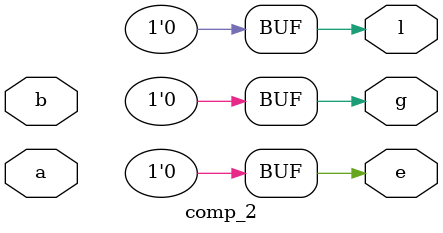
<source format=sv>
module comp_2(a, b, g, e, l);
input logic [1:0] a;
input logic [1:0] b;
output logic g, e, l;
assign g = 1'b0;
assign l = 1'b0; 
assign e = 1'b0;
always_comb
	begin
		if(a>b) 
			g = 1'b1;
		else if(a<b) 
			l = 1'b1;
		else 
			e = 1'b1;
	end
endmodule
</source>
